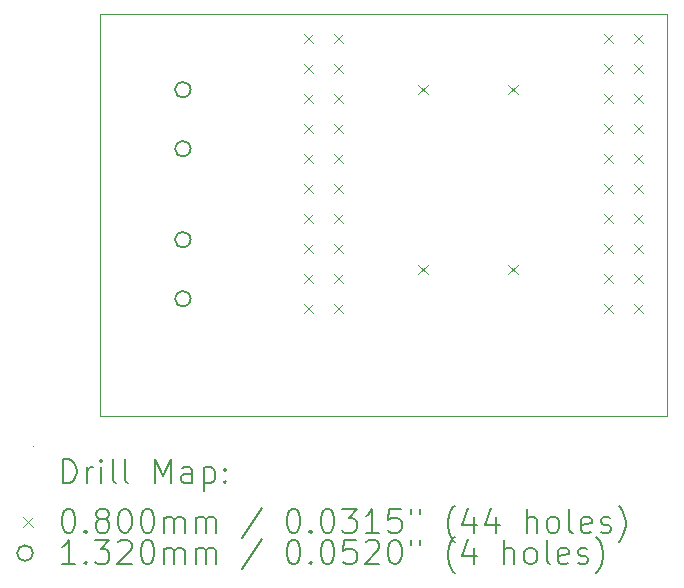
<source format=gbr>
%TF.GenerationSoftware,KiCad,Pcbnew,(6.0.9)*%
%TF.CreationDate,2022-12-25T09:43:11+01:00*%
%TF.ProjectId,bed_occupacy_sensor,6265645f-6f63-4637-9570-6163795f7365,rev?*%
%TF.SameCoordinates,Original*%
%TF.FileFunction,Drillmap*%
%TF.FilePolarity,Positive*%
%FSLAX45Y45*%
G04 Gerber Fmt 4.5, Leading zero omitted, Abs format (unit mm)*
G04 Created by KiCad (PCBNEW (6.0.9)) date 2022-12-25 09:43:11*
%MOMM*%
%LPD*%
G01*
G04 APERTURE LIST*
%ADD10C,0.100000*%
%ADD11C,0.200000*%
%ADD12C,0.080000*%
%ADD13C,0.132000*%
G04 APERTURE END LIST*
D10*
X20568000Y-9200000D02*
X15768000Y-9200000D01*
X15768000Y-9200000D02*
X15768000Y-12600000D01*
X15768000Y-12600000D02*
X20568000Y-12600000D01*
X20568000Y-12600000D02*
X20568000Y-9200000D01*
X15202000Y-12852500D02*
X15202000Y-12852500D01*
X15202000Y-12852500D02*
X15202000Y-12852500D01*
X15202000Y-12852500D02*
X15202000Y-12852500D01*
X15202000Y-12852500D02*
X15202000Y-12852500D01*
D11*
D12*
X17493000Y-9365000D02*
X17573000Y-9445000D01*
X17573000Y-9365000D02*
X17493000Y-9445000D01*
X17493000Y-9619000D02*
X17573000Y-9699000D01*
X17573000Y-9619000D02*
X17493000Y-9699000D01*
X17493000Y-9873000D02*
X17573000Y-9953000D01*
X17573000Y-9873000D02*
X17493000Y-9953000D01*
X17493000Y-10127000D02*
X17573000Y-10207000D01*
X17573000Y-10127000D02*
X17493000Y-10207000D01*
X17493000Y-10381000D02*
X17573000Y-10461000D01*
X17573000Y-10381000D02*
X17493000Y-10461000D01*
X17493000Y-10635000D02*
X17573000Y-10715000D01*
X17573000Y-10635000D02*
X17493000Y-10715000D01*
X17493000Y-10889000D02*
X17573000Y-10969000D01*
X17573000Y-10889000D02*
X17493000Y-10969000D01*
X17493000Y-11143000D02*
X17573000Y-11223000D01*
X17573000Y-11143000D02*
X17493000Y-11223000D01*
X17493000Y-11397000D02*
X17573000Y-11477000D01*
X17573000Y-11397000D02*
X17493000Y-11477000D01*
X17493000Y-11651000D02*
X17573000Y-11731000D01*
X17573000Y-11651000D02*
X17493000Y-11731000D01*
X17747000Y-9365000D02*
X17827000Y-9445000D01*
X17827000Y-9365000D02*
X17747000Y-9445000D01*
X17747000Y-9619000D02*
X17827000Y-9699000D01*
X17827000Y-9619000D02*
X17747000Y-9699000D01*
X17747000Y-9873000D02*
X17827000Y-9953000D01*
X17827000Y-9873000D02*
X17747000Y-9953000D01*
X17747000Y-10127000D02*
X17827000Y-10207000D01*
X17827000Y-10127000D02*
X17747000Y-10207000D01*
X17747000Y-10381000D02*
X17827000Y-10461000D01*
X17827000Y-10381000D02*
X17747000Y-10461000D01*
X17747000Y-10635000D02*
X17827000Y-10715000D01*
X17827000Y-10635000D02*
X17747000Y-10715000D01*
X17747000Y-10889000D02*
X17827000Y-10969000D01*
X17827000Y-10889000D02*
X17747000Y-10969000D01*
X17747000Y-11143000D02*
X17827000Y-11223000D01*
X17827000Y-11143000D02*
X17747000Y-11223000D01*
X17747000Y-11397000D02*
X17827000Y-11477000D01*
X17827000Y-11397000D02*
X17747000Y-11477000D01*
X17747000Y-11651000D02*
X17827000Y-11731000D01*
X17827000Y-11651000D02*
X17747000Y-11731000D01*
X18460000Y-9798000D02*
X18540000Y-9878000D01*
X18540000Y-9798000D02*
X18460000Y-9878000D01*
X18460000Y-11322000D02*
X18540000Y-11402000D01*
X18540000Y-11322000D02*
X18460000Y-11402000D01*
X19222000Y-9798000D02*
X19302000Y-9878000D01*
X19302000Y-9798000D02*
X19222000Y-9878000D01*
X19222000Y-11322000D02*
X19302000Y-11402000D01*
X19302000Y-11322000D02*
X19222000Y-11402000D01*
X20033000Y-9365000D02*
X20113000Y-9445000D01*
X20113000Y-9365000D02*
X20033000Y-9445000D01*
X20033000Y-9619000D02*
X20113000Y-9699000D01*
X20113000Y-9619000D02*
X20033000Y-9699000D01*
X20033000Y-9873000D02*
X20113000Y-9953000D01*
X20113000Y-9873000D02*
X20033000Y-9953000D01*
X20033000Y-10127000D02*
X20113000Y-10207000D01*
X20113000Y-10127000D02*
X20033000Y-10207000D01*
X20033000Y-10381000D02*
X20113000Y-10461000D01*
X20113000Y-10381000D02*
X20033000Y-10461000D01*
X20033000Y-10635000D02*
X20113000Y-10715000D01*
X20113000Y-10635000D02*
X20033000Y-10715000D01*
X20033000Y-10889000D02*
X20113000Y-10969000D01*
X20113000Y-10889000D02*
X20033000Y-10969000D01*
X20033000Y-11143000D02*
X20113000Y-11223000D01*
X20113000Y-11143000D02*
X20033000Y-11223000D01*
X20033000Y-11397000D02*
X20113000Y-11477000D01*
X20113000Y-11397000D02*
X20033000Y-11477000D01*
X20033000Y-11651000D02*
X20113000Y-11731000D01*
X20113000Y-11651000D02*
X20033000Y-11731000D01*
X20287000Y-9365000D02*
X20367000Y-9445000D01*
X20367000Y-9365000D02*
X20287000Y-9445000D01*
X20287000Y-9619000D02*
X20367000Y-9699000D01*
X20367000Y-9619000D02*
X20287000Y-9699000D01*
X20287000Y-9873000D02*
X20367000Y-9953000D01*
X20367000Y-9873000D02*
X20287000Y-9953000D01*
X20287000Y-10127000D02*
X20367000Y-10207000D01*
X20367000Y-10127000D02*
X20287000Y-10207000D01*
X20287000Y-10381000D02*
X20367000Y-10461000D01*
X20367000Y-10381000D02*
X20287000Y-10461000D01*
X20287000Y-10635000D02*
X20367000Y-10715000D01*
X20367000Y-10635000D02*
X20287000Y-10715000D01*
X20287000Y-10889000D02*
X20367000Y-10969000D01*
X20367000Y-10889000D02*
X20287000Y-10969000D01*
X20287000Y-11143000D02*
X20367000Y-11223000D01*
X20367000Y-11143000D02*
X20287000Y-11223000D01*
X20287000Y-11397000D02*
X20367000Y-11477000D01*
X20367000Y-11397000D02*
X20287000Y-11477000D01*
X20287000Y-11651000D02*
X20367000Y-11731000D01*
X20367000Y-11651000D02*
X20287000Y-11731000D01*
D13*
X16534000Y-9838000D02*
G75*
G03*
X16534000Y-9838000I-66000J0D01*
G01*
X16534000Y-10338000D02*
G75*
G03*
X16534000Y-10338000I-66000J0D01*
G01*
X16534000Y-11108000D02*
G75*
G03*
X16534000Y-11108000I-66000J0D01*
G01*
X16534000Y-11608000D02*
G75*
G03*
X16534000Y-11608000I-66000J0D01*
G01*
D11*
X15454619Y-13167976D02*
X15454619Y-12967976D01*
X15502238Y-12967976D01*
X15530809Y-12977500D01*
X15549857Y-12996548D01*
X15559381Y-13015595D01*
X15568905Y-13053690D01*
X15568905Y-13082262D01*
X15559381Y-13120357D01*
X15549857Y-13139405D01*
X15530809Y-13158452D01*
X15502238Y-13167976D01*
X15454619Y-13167976D01*
X15654619Y-13167976D02*
X15654619Y-13034643D01*
X15654619Y-13072738D02*
X15664143Y-13053690D01*
X15673667Y-13044167D01*
X15692714Y-13034643D01*
X15711762Y-13034643D01*
X15778428Y-13167976D02*
X15778428Y-13034643D01*
X15778428Y-12967976D02*
X15768905Y-12977500D01*
X15778428Y-12987024D01*
X15787952Y-12977500D01*
X15778428Y-12967976D01*
X15778428Y-12987024D01*
X15902238Y-13167976D02*
X15883190Y-13158452D01*
X15873667Y-13139405D01*
X15873667Y-12967976D01*
X16007000Y-13167976D02*
X15987952Y-13158452D01*
X15978428Y-13139405D01*
X15978428Y-12967976D01*
X16235571Y-13167976D02*
X16235571Y-12967976D01*
X16302238Y-13110833D01*
X16368905Y-12967976D01*
X16368905Y-13167976D01*
X16549857Y-13167976D02*
X16549857Y-13063214D01*
X16540333Y-13044167D01*
X16521286Y-13034643D01*
X16483190Y-13034643D01*
X16464143Y-13044167D01*
X16549857Y-13158452D02*
X16530809Y-13167976D01*
X16483190Y-13167976D01*
X16464143Y-13158452D01*
X16454619Y-13139405D01*
X16454619Y-13120357D01*
X16464143Y-13101309D01*
X16483190Y-13091786D01*
X16530809Y-13091786D01*
X16549857Y-13082262D01*
X16645095Y-13034643D02*
X16645095Y-13234643D01*
X16645095Y-13044167D02*
X16664143Y-13034643D01*
X16702238Y-13034643D01*
X16721286Y-13044167D01*
X16730809Y-13053690D01*
X16740333Y-13072738D01*
X16740333Y-13129881D01*
X16730809Y-13148928D01*
X16721286Y-13158452D01*
X16702238Y-13167976D01*
X16664143Y-13167976D01*
X16645095Y-13158452D01*
X16826048Y-13148928D02*
X16835571Y-13158452D01*
X16826048Y-13167976D01*
X16816524Y-13158452D01*
X16826048Y-13148928D01*
X16826048Y-13167976D01*
X16826048Y-13044167D02*
X16835571Y-13053690D01*
X16826048Y-13063214D01*
X16816524Y-13053690D01*
X16826048Y-13044167D01*
X16826048Y-13063214D01*
D12*
X15117000Y-13457500D02*
X15197000Y-13537500D01*
X15197000Y-13457500D02*
X15117000Y-13537500D01*
D11*
X15492714Y-13387976D02*
X15511762Y-13387976D01*
X15530809Y-13397500D01*
X15540333Y-13407024D01*
X15549857Y-13426071D01*
X15559381Y-13464167D01*
X15559381Y-13511786D01*
X15549857Y-13549881D01*
X15540333Y-13568928D01*
X15530809Y-13578452D01*
X15511762Y-13587976D01*
X15492714Y-13587976D01*
X15473667Y-13578452D01*
X15464143Y-13568928D01*
X15454619Y-13549881D01*
X15445095Y-13511786D01*
X15445095Y-13464167D01*
X15454619Y-13426071D01*
X15464143Y-13407024D01*
X15473667Y-13397500D01*
X15492714Y-13387976D01*
X15645095Y-13568928D02*
X15654619Y-13578452D01*
X15645095Y-13587976D01*
X15635571Y-13578452D01*
X15645095Y-13568928D01*
X15645095Y-13587976D01*
X15768905Y-13473690D02*
X15749857Y-13464167D01*
X15740333Y-13454643D01*
X15730809Y-13435595D01*
X15730809Y-13426071D01*
X15740333Y-13407024D01*
X15749857Y-13397500D01*
X15768905Y-13387976D01*
X15807000Y-13387976D01*
X15826048Y-13397500D01*
X15835571Y-13407024D01*
X15845095Y-13426071D01*
X15845095Y-13435595D01*
X15835571Y-13454643D01*
X15826048Y-13464167D01*
X15807000Y-13473690D01*
X15768905Y-13473690D01*
X15749857Y-13483214D01*
X15740333Y-13492738D01*
X15730809Y-13511786D01*
X15730809Y-13549881D01*
X15740333Y-13568928D01*
X15749857Y-13578452D01*
X15768905Y-13587976D01*
X15807000Y-13587976D01*
X15826048Y-13578452D01*
X15835571Y-13568928D01*
X15845095Y-13549881D01*
X15845095Y-13511786D01*
X15835571Y-13492738D01*
X15826048Y-13483214D01*
X15807000Y-13473690D01*
X15968905Y-13387976D02*
X15987952Y-13387976D01*
X16007000Y-13397500D01*
X16016524Y-13407024D01*
X16026048Y-13426071D01*
X16035571Y-13464167D01*
X16035571Y-13511786D01*
X16026048Y-13549881D01*
X16016524Y-13568928D01*
X16007000Y-13578452D01*
X15987952Y-13587976D01*
X15968905Y-13587976D01*
X15949857Y-13578452D01*
X15940333Y-13568928D01*
X15930809Y-13549881D01*
X15921286Y-13511786D01*
X15921286Y-13464167D01*
X15930809Y-13426071D01*
X15940333Y-13407024D01*
X15949857Y-13397500D01*
X15968905Y-13387976D01*
X16159381Y-13387976D02*
X16178428Y-13387976D01*
X16197476Y-13397500D01*
X16207000Y-13407024D01*
X16216524Y-13426071D01*
X16226048Y-13464167D01*
X16226048Y-13511786D01*
X16216524Y-13549881D01*
X16207000Y-13568928D01*
X16197476Y-13578452D01*
X16178428Y-13587976D01*
X16159381Y-13587976D01*
X16140333Y-13578452D01*
X16130809Y-13568928D01*
X16121286Y-13549881D01*
X16111762Y-13511786D01*
X16111762Y-13464167D01*
X16121286Y-13426071D01*
X16130809Y-13407024D01*
X16140333Y-13397500D01*
X16159381Y-13387976D01*
X16311762Y-13587976D02*
X16311762Y-13454643D01*
X16311762Y-13473690D02*
X16321286Y-13464167D01*
X16340333Y-13454643D01*
X16368905Y-13454643D01*
X16387952Y-13464167D01*
X16397476Y-13483214D01*
X16397476Y-13587976D01*
X16397476Y-13483214D02*
X16407000Y-13464167D01*
X16426048Y-13454643D01*
X16454619Y-13454643D01*
X16473667Y-13464167D01*
X16483190Y-13483214D01*
X16483190Y-13587976D01*
X16578428Y-13587976D02*
X16578428Y-13454643D01*
X16578428Y-13473690D02*
X16587952Y-13464167D01*
X16607000Y-13454643D01*
X16635571Y-13454643D01*
X16654619Y-13464167D01*
X16664143Y-13483214D01*
X16664143Y-13587976D01*
X16664143Y-13483214D02*
X16673667Y-13464167D01*
X16692714Y-13454643D01*
X16721286Y-13454643D01*
X16740333Y-13464167D01*
X16749857Y-13483214D01*
X16749857Y-13587976D01*
X17140333Y-13378452D02*
X16968905Y-13635595D01*
X17397476Y-13387976D02*
X17416524Y-13387976D01*
X17435571Y-13397500D01*
X17445095Y-13407024D01*
X17454619Y-13426071D01*
X17464143Y-13464167D01*
X17464143Y-13511786D01*
X17454619Y-13549881D01*
X17445095Y-13568928D01*
X17435571Y-13578452D01*
X17416524Y-13587976D01*
X17397476Y-13587976D01*
X17378429Y-13578452D01*
X17368905Y-13568928D01*
X17359381Y-13549881D01*
X17349857Y-13511786D01*
X17349857Y-13464167D01*
X17359381Y-13426071D01*
X17368905Y-13407024D01*
X17378429Y-13397500D01*
X17397476Y-13387976D01*
X17549857Y-13568928D02*
X17559381Y-13578452D01*
X17549857Y-13587976D01*
X17540333Y-13578452D01*
X17549857Y-13568928D01*
X17549857Y-13587976D01*
X17683190Y-13387976D02*
X17702238Y-13387976D01*
X17721286Y-13397500D01*
X17730810Y-13407024D01*
X17740333Y-13426071D01*
X17749857Y-13464167D01*
X17749857Y-13511786D01*
X17740333Y-13549881D01*
X17730810Y-13568928D01*
X17721286Y-13578452D01*
X17702238Y-13587976D01*
X17683190Y-13587976D01*
X17664143Y-13578452D01*
X17654619Y-13568928D01*
X17645095Y-13549881D01*
X17635571Y-13511786D01*
X17635571Y-13464167D01*
X17645095Y-13426071D01*
X17654619Y-13407024D01*
X17664143Y-13397500D01*
X17683190Y-13387976D01*
X17816524Y-13387976D02*
X17940333Y-13387976D01*
X17873667Y-13464167D01*
X17902238Y-13464167D01*
X17921286Y-13473690D01*
X17930810Y-13483214D01*
X17940333Y-13502262D01*
X17940333Y-13549881D01*
X17930810Y-13568928D01*
X17921286Y-13578452D01*
X17902238Y-13587976D01*
X17845095Y-13587976D01*
X17826048Y-13578452D01*
X17816524Y-13568928D01*
X18130810Y-13587976D02*
X18016524Y-13587976D01*
X18073667Y-13587976D02*
X18073667Y-13387976D01*
X18054619Y-13416548D01*
X18035571Y-13435595D01*
X18016524Y-13445119D01*
X18311762Y-13387976D02*
X18216524Y-13387976D01*
X18207000Y-13483214D01*
X18216524Y-13473690D01*
X18235571Y-13464167D01*
X18283190Y-13464167D01*
X18302238Y-13473690D01*
X18311762Y-13483214D01*
X18321286Y-13502262D01*
X18321286Y-13549881D01*
X18311762Y-13568928D01*
X18302238Y-13578452D01*
X18283190Y-13587976D01*
X18235571Y-13587976D01*
X18216524Y-13578452D01*
X18207000Y-13568928D01*
X18397476Y-13387976D02*
X18397476Y-13426071D01*
X18473667Y-13387976D02*
X18473667Y-13426071D01*
X18768905Y-13664167D02*
X18759381Y-13654643D01*
X18740333Y-13626071D01*
X18730810Y-13607024D01*
X18721286Y-13578452D01*
X18711762Y-13530833D01*
X18711762Y-13492738D01*
X18721286Y-13445119D01*
X18730810Y-13416548D01*
X18740333Y-13397500D01*
X18759381Y-13368928D01*
X18768905Y-13359405D01*
X18930810Y-13454643D02*
X18930810Y-13587976D01*
X18883190Y-13378452D02*
X18835571Y-13521309D01*
X18959381Y-13521309D01*
X19121286Y-13454643D02*
X19121286Y-13587976D01*
X19073667Y-13378452D02*
X19026048Y-13521309D01*
X19149857Y-13521309D01*
X19378429Y-13587976D02*
X19378429Y-13387976D01*
X19464143Y-13587976D02*
X19464143Y-13483214D01*
X19454619Y-13464167D01*
X19435571Y-13454643D01*
X19407000Y-13454643D01*
X19387952Y-13464167D01*
X19378429Y-13473690D01*
X19587952Y-13587976D02*
X19568905Y-13578452D01*
X19559381Y-13568928D01*
X19549857Y-13549881D01*
X19549857Y-13492738D01*
X19559381Y-13473690D01*
X19568905Y-13464167D01*
X19587952Y-13454643D01*
X19616524Y-13454643D01*
X19635571Y-13464167D01*
X19645095Y-13473690D01*
X19654619Y-13492738D01*
X19654619Y-13549881D01*
X19645095Y-13568928D01*
X19635571Y-13578452D01*
X19616524Y-13587976D01*
X19587952Y-13587976D01*
X19768905Y-13587976D02*
X19749857Y-13578452D01*
X19740333Y-13559405D01*
X19740333Y-13387976D01*
X19921286Y-13578452D02*
X19902238Y-13587976D01*
X19864143Y-13587976D01*
X19845095Y-13578452D01*
X19835571Y-13559405D01*
X19835571Y-13483214D01*
X19845095Y-13464167D01*
X19864143Y-13454643D01*
X19902238Y-13454643D01*
X19921286Y-13464167D01*
X19930810Y-13483214D01*
X19930810Y-13502262D01*
X19835571Y-13521309D01*
X20007000Y-13578452D02*
X20026048Y-13587976D01*
X20064143Y-13587976D01*
X20083190Y-13578452D01*
X20092714Y-13559405D01*
X20092714Y-13549881D01*
X20083190Y-13530833D01*
X20064143Y-13521309D01*
X20035571Y-13521309D01*
X20016524Y-13511786D01*
X20007000Y-13492738D01*
X20007000Y-13483214D01*
X20016524Y-13464167D01*
X20035571Y-13454643D01*
X20064143Y-13454643D01*
X20083190Y-13464167D01*
X20159381Y-13664167D02*
X20168905Y-13654643D01*
X20187952Y-13626071D01*
X20197476Y-13607024D01*
X20207000Y-13578452D01*
X20216524Y-13530833D01*
X20216524Y-13492738D01*
X20207000Y-13445119D01*
X20197476Y-13416548D01*
X20187952Y-13397500D01*
X20168905Y-13368928D01*
X20159381Y-13359405D01*
D13*
X15197000Y-13761500D02*
G75*
G03*
X15197000Y-13761500I-66000J0D01*
G01*
D11*
X15559381Y-13851976D02*
X15445095Y-13851976D01*
X15502238Y-13851976D02*
X15502238Y-13651976D01*
X15483190Y-13680548D01*
X15464143Y-13699595D01*
X15445095Y-13709119D01*
X15645095Y-13832928D02*
X15654619Y-13842452D01*
X15645095Y-13851976D01*
X15635571Y-13842452D01*
X15645095Y-13832928D01*
X15645095Y-13851976D01*
X15721286Y-13651976D02*
X15845095Y-13651976D01*
X15778428Y-13728167D01*
X15807000Y-13728167D01*
X15826048Y-13737690D01*
X15835571Y-13747214D01*
X15845095Y-13766262D01*
X15845095Y-13813881D01*
X15835571Y-13832928D01*
X15826048Y-13842452D01*
X15807000Y-13851976D01*
X15749857Y-13851976D01*
X15730809Y-13842452D01*
X15721286Y-13832928D01*
X15921286Y-13671024D02*
X15930809Y-13661500D01*
X15949857Y-13651976D01*
X15997476Y-13651976D01*
X16016524Y-13661500D01*
X16026048Y-13671024D01*
X16035571Y-13690071D01*
X16035571Y-13709119D01*
X16026048Y-13737690D01*
X15911762Y-13851976D01*
X16035571Y-13851976D01*
X16159381Y-13651976D02*
X16178428Y-13651976D01*
X16197476Y-13661500D01*
X16207000Y-13671024D01*
X16216524Y-13690071D01*
X16226048Y-13728167D01*
X16226048Y-13775786D01*
X16216524Y-13813881D01*
X16207000Y-13832928D01*
X16197476Y-13842452D01*
X16178428Y-13851976D01*
X16159381Y-13851976D01*
X16140333Y-13842452D01*
X16130809Y-13832928D01*
X16121286Y-13813881D01*
X16111762Y-13775786D01*
X16111762Y-13728167D01*
X16121286Y-13690071D01*
X16130809Y-13671024D01*
X16140333Y-13661500D01*
X16159381Y-13651976D01*
X16311762Y-13851976D02*
X16311762Y-13718643D01*
X16311762Y-13737690D02*
X16321286Y-13728167D01*
X16340333Y-13718643D01*
X16368905Y-13718643D01*
X16387952Y-13728167D01*
X16397476Y-13747214D01*
X16397476Y-13851976D01*
X16397476Y-13747214D02*
X16407000Y-13728167D01*
X16426048Y-13718643D01*
X16454619Y-13718643D01*
X16473667Y-13728167D01*
X16483190Y-13747214D01*
X16483190Y-13851976D01*
X16578428Y-13851976D02*
X16578428Y-13718643D01*
X16578428Y-13737690D02*
X16587952Y-13728167D01*
X16607000Y-13718643D01*
X16635571Y-13718643D01*
X16654619Y-13728167D01*
X16664143Y-13747214D01*
X16664143Y-13851976D01*
X16664143Y-13747214D02*
X16673667Y-13728167D01*
X16692714Y-13718643D01*
X16721286Y-13718643D01*
X16740333Y-13728167D01*
X16749857Y-13747214D01*
X16749857Y-13851976D01*
X17140333Y-13642452D02*
X16968905Y-13899595D01*
X17397476Y-13651976D02*
X17416524Y-13651976D01*
X17435571Y-13661500D01*
X17445095Y-13671024D01*
X17454619Y-13690071D01*
X17464143Y-13728167D01*
X17464143Y-13775786D01*
X17454619Y-13813881D01*
X17445095Y-13832928D01*
X17435571Y-13842452D01*
X17416524Y-13851976D01*
X17397476Y-13851976D01*
X17378429Y-13842452D01*
X17368905Y-13832928D01*
X17359381Y-13813881D01*
X17349857Y-13775786D01*
X17349857Y-13728167D01*
X17359381Y-13690071D01*
X17368905Y-13671024D01*
X17378429Y-13661500D01*
X17397476Y-13651976D01*
X17549857Y-13832928D02*
X17559381Y-13842452D01*
X17549857Y-13851976D01*
X17540333Y-13842452D01*
X17549857Y-13832928D01*
X17549857Y-13851976D01*
X17683190Y-13651976D02*
X17702238Y-13651976D01*
X17721286Y-13661500D01*
X17730810Y-13671024D01*
X17740333Y-13690071D01*
X17749857Y-13728167D01*
X17749857Y-13775786D01*
X17740333Y-13813881D01*
X17730810Y-13832928D01*
X17721286Y-13842452D01*
X17702238Y-13851976D01*
X17683190Y-13851976D01*
X17664143Y-13842452D01*
X17654619Y-13832928D01*
X17645095Y-13813881D01*
X17635571Y-13775786D01*
X17635571Y-13728167D01*
X17645095Y-13690071D01*
X17654619Y-13671024D01*
X17664143Y-13661500D01*
X17683190Y-13651976D01*
X17930810Y-13651976D02*
X17835571Y-13651976D01*
X17826048Y-13747214D01*
X17835571Y-13737690D01*
X17854619Y-13728167D01*
X17902238Y-13728167D01*
X17921286Y-13737690D01*
X17930810Y-13747214D01*
X17940333Y-13766262D01*
X17940333Y-13813881D01*
X17930810Y-13832928D01*
X17921286Y-13842452D01*
X17902238Y-13851976D01*
X17854619Y-13851976D01*
X17835571Y-13842452D01*
X17826048Y-13832928D01*
X18016524Y-13671024D02*
X18026048Y-13661500D01*
X18045095Y-13651976D01*
X18092714Y-13651976D01*
X18111762Y-13661500D01*
X18121286Y-13671024D01*
X18130810Y-13690071D01*
X18130810Y-13709119D01*
X18121286Y-13737690D01*
X18007000Y-13851976D01*
X18130810Y-13851976D01*
X18254619Y-13651976D02*
X18273667Y-13651976D01*
X18292714Y-13661500D01*
X18302238Y-13671024D01*
X18311762Y-13690071D01*
X18321286Y-13728167D01*
X18321286Y-13775786D01*
X18311762Y-13813881D01*
X18302238Y-13832928D01*
X18292714Y-13842452D01*
X18273667Y-13851976D01*
X18254619Y-13851976D01*
X18235571Y-13842452D01*
X18226048Y-13832928D01*
X18216524Y-13813881D01*
X18207000Y-13775786D01*
X18207000Y-13728167D01*
X18216524Y-13690071D01*
X18226048Y-13671024D01*
X18235571Y-13661500D01*
X18254619Y-13651976D01*
X18397476Y-13651976D02*
X18397476Y-13690071D01*
X18473667Y-13651976D02*
X18473667Y-13690071D01*
X18768905Y-13928167D02*
X18759381Y-13918643D01*
X18740333Y-13890071D01*
X18730810Y-13871024D01*
X18721286Y-13842452D01*
X18711762Y-13794833D01*
X18711762Y-13756738D01*
X18721286Y-13709119D01*
X18730810Y-13680548D01*
X18740333Y-13661500D01*
X18759381Y-13632928D01*
X18768905Y-13623405D01*
X18930810Y-13718643D02*
X18930810Y-13851976D01*
X18883190Y-13642452D02*
X18835571Y-13785309D01*
X18959381Y-13785309D01*
X19187952Y-13851976D02*
X19187952Y-13651976D01*
X19273667Y-13851976D02*
X19273667Y-13747214D01*
X19264143Y-13728167D01*
X19245095Y-13718643D01*
X19216524Y-13718643D01*
X19197476Y-13728167D01*
X19187952Y-13737690D01*
X19397476Y-13851976D02*
X19378429Y-13842452D01*
X19368905Y-13832928D01*
X19359381Y-13813881D01*
X19359381Y-13756738D01*
X19368905Y-13737690D01*
X19378429Y-13728167D01*
X19397476Y-13718643D01*
X19426048Y-13718643D01*
X19445095Y-13728167D01*
X19454619Y-13737690D01*
X19464143Y-13756738D01*
X19464143Y-13813881D01*
X19454619Y-13832928D01*
X19445095Y-13842452D01*
X19426048Y-13851976D01*
X19397476Y-13851976D01*
X19578429Y-13851976D02*
X19559381Y-13842452D01*
X19549857Y-13823405D01*
X19549857Y-13651976D01*
X19730810Y-13842452D02*
X19711762Y-13851976D01*
X19673667Y-13851976D01*
X19654619Y-13842452D01*
X19645095Y-13823405D01*
X19645095Y-13747214D01*
X19654619Y-13728167D01*
X19673667Y-13718643D01*
X19711762Y-13718643D01*
X19730810Y-13728167D01*
X19740333Y-13747214D01*
X19740333Y-13766262D01*
X19645095Y-13785309D01*
X19816524Y-13842452D02*
X19835571Y-13851976D01*
X19873667Y-13851976D01*
X19892714Y-13842452D01*
X19902238Y-13823405D01*
X19902238Y-13813881D01*
X19892714Y-13794833D01*
X19873667Y-13785309D01*
X19845095Y-13785309D01*
X19826048Y-13775786D01*
X19816524Y-13756738D01*
X19816524Y-13747214D01*
X19826048Y-13728167D01*
X19845095Y-13718643D01*
X19873667Y-13718643D01*
X19892714Y-13728167D01*
X19968905Y-13928167D02*
X19978429Y-13918643D01*
X19997476Y-13890071D01*
X20007000Y-13871024D01*
X20016524Y-13842452D01*
X20026048Y-13794833D01*
X20026048Y-13756738D01*
X20016524Y-13709119D01*
X20007000Y-13680548D01*
X19997476Y-13661500D01*
X19978429Y-13632928D01*
X19968905Y-13623405D01*
M02*

</source>
